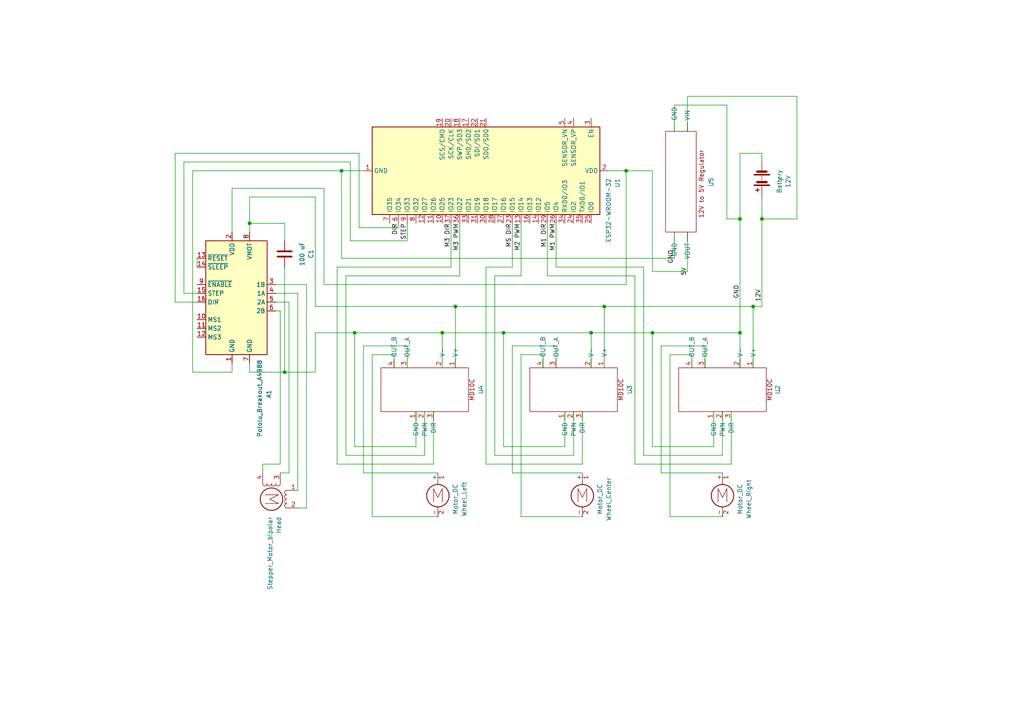
<source format=kicad_sch>
(kicad_sch (version 20250114) (generator "eeschema") (generator_version "9.0")
  (paper "A4")
  (lib_symbols
    (symbol "Device:Battery" (pin_numbers (hide yes)) (pin_names (offset 0) (hide yes))
      (property "Reference" "BT" (at 2.54 2.54 0))
      (property "Value" "Battery" (at 2.54 0 0))
      (symbol "Battery_0_1"
        (rectangle (start -2.286 1.778) (end 2.286 1.524) (fill (type outline)))
        (rectangle (start -2.286 -1.27) (end 2.286 -1.524) (fill (type outline)))
        (rectangle (start -1.524 1.016) (end 1.524 0.508) (fill (type outline)))
        (rectangle (start -1.524 -2.032) (end 1.524 -2.54) (fill (type outline)))
        (polyline (pts (xy 0 1.778) (xy 0 2.54)))
        (polyline (pts (xy 0 0) (xy 0 0.254)))
        (polyline (pts (xy 0 -0.508) (xy 0 -0.254)))
        (polyline (pts (xy 0 -1.016) (xy 0 -0.762)))
        (polyline (pts (xy 0.762 3.048) (xy 1.778 3.048)) (stroke (width 0.254)))
        (polyline (pts (xy 1.27 3.556) (xy 1.27 2.54)) (stroke (width 0.254)))
      )
      (symbol "Battery_1_1"
        (pin passive line (at 0 5.08 270) (length 2.54) (name "+") (number "1"))
        (pin passive line (at 0 -5.08 90) (length 2.54) (name "-") (number "2"))
      )
    )
    (symbol "Device:C" (pin_numbers (hide yes)) (pin_names (offset 0.254))
      (property "Reference" "C" (at 0.635 2.54 0))
      (property "Value" "C" (at 0.635 -2.54 0))
      (symbol "C_0_1"
        (polyline (pts (xy -2.032 0.762) (xy 2.032 0.762)) (stroke (width 0.508)))
        (polyline (pts (xy -2.032 -0.762) (xy 2.032 -0.762)) (stroke (width 0.508)))
      )
      (symbol "C_1_1"
        (pin passive line (at 0 3.81 270) (length 2.794) (name "~") (number "1"))
        (pin passive line (at 0 -3.81 90) (length 2.794) (name "~") (number "2"))
      )
    )
    (symbol "Driver_Motor:Pololu_Breakout_A4988"
      (property "Reference" "A" (at -2.54 19.05 0))
      (property "Value" "Pololu_Breakout_A4988" (at -2.54 16.51 0))
      (symbol "Pololu_Breakout_A4988_0_1"
        (rectangle (start 10.16 -17.78) (end -7.62 15.24) (stroke (width 0.254)) (fill (type background)))
      )
      (symbol "Pololu_Breakout_A4988_1_1"
        (pin input line (at -10.16 10.16 0) (length 2.54) (name "~{RESET}") (number "13"))
        (pin input line (at -10.16 7.62 0) (length 2.54) (name "~{SLEEP}") (number "14"))
        (pin input line (at -10.16 2.54 0) (length 2.54) (name "~{ENABLE}") (number "9"))
        (pin input line (at -10.16 0 0) (length 2.54) (name "STEP") (number "15"))
        (pin input line (at -10.16 -2.54 0) (length 2.54) (name "DIR") (number "16"))
        (pin input line (at -10.16 -7.62 0) (length 2.54) (name "MS1") (number "10"))
        (pin input line (at -10.16 -10.16 0) (length 2.54) (name "MS2") (number "11"))
        (pin input line (at -10.16 -12.7 0) (length 2.54) (name "MS3") (number "12"))
        (pin power_in line (at 0 17.78 270) (length 2.54) (name "VDD") (number "2"))
        (pin power_in line (at 0 -20.32 90) (length 2.54) (name "GND") (number "1"))
        (pin power_in line (at 5.08 17.78 270) (length 2.54) (name "VMOT") (number "8"))
        (pin power_in line (at 5.08 -20.32 90) (length 2.54) (name "GND") (number "7"))
        (pin output line (at 12.7 2.54 180) (length 2.54) (name "1B") (number "3"))
        (pin output line (at 12.7 0 180) (length 2.54) (name "1A") (number "4"))
        (pin output line (at 12.7 -2.54 180) (length 2.54) (name "2A") (number "5"))
        (pin output line (at 12.7 -5.08 180) (length 2.54) (name "2B") (number "6"))
      )
    )
    (symbol "MD10C_1"
      (property "Reference" "U" (at 0 15.748 0))
      (symbol "MD10C_1_0_1"
        (rectangle (start -6.35 12.7) (end 6.35 -12.7))
      )
      (symbol "MD10C_1_1_1"
        (text "MD10C" (at 0 13.716 0) (effects (font (size 1.27 1.27))))
        (pin power_in line (at -6.35 8.89 180) (length 2.54) (name "V+") (number "1"))
        (pin power_in line (at -6.35 5.08 180) (length 2.54) (name "V-") (number "2"))
        (pin power_out line (at -6.35 -5.08 180) (length 2.54) (name "OUT_A") (number "3"))
        (pin power_out line (at -6.35 -8.89 180) (length 2.54) (name "OUT_B") (number "4"))
        (pin input line (at 6.35 2.54 0) (length 2.54) (name "DIR") (number "3"))
        (pin input line (at 6.35 0 0) (length 2.54) (name "PWN") (number "2"))
        (pin input line (at 6.35 -2.54 0) (length 2.54) (name "GND") (number "1"))
      )
    )
    (symbol "MD10C_2"
      (property "Reference" "U" (at 0 15.748 0))
      (symbol "MD10C_2_0_1"
        (rectangle (start -6.35 12.7) (end 6.35 -12.7))
      )
      (symbol "MD10C_2_1_1"
        (text "MD10C" (at 0 13.716 0) (effects (font (size 1.27 1.27))))
        (pin power_in line (at -6.35 8.89 180) (length 2.54) (name "V+") (number "1"))
        (pin power_in line (at -6.35 5.08 180) (length 2.54) (name "V-") (number "2"))
        (pin power_out line (at -6.35 -5.08 180) (length 2.54) (name "OUT_A") (number "3"))
        (pin power_out line (at -6.35 -8.89 180) (length 2.54) (name "OUT_B") (number "4"))
        (pin input line (at 6.35 2.54 0) (length 2.54) (name "DIR") (number "3"))
        (pin input line (at 6.35 0 0) (length 2.54) (name "PWN") (number "2"))
        (pin input line (at 6.35 -2.54 0) (length 2.54) (name "GND") (number "1"))
      )
    )
    (symbol "Motor:Motor_DC" (pin_names (offset 0))
      (property "Reference" "M" (at 2.54 2.54 0))
      (property "Value" "Motor_DC" (at 2.54 -5.08 0))
      (symbol "Motor_DC_0_0"
        (polyline (pts (xy -1.27 -3.302) (xy -1.27 0.508) (xy 0 -2.032) (xy 1.27 0.508) (xy 1.27 -3.302)))
      )
      (symbol "Motor_DC_0_1"
        (polyline (pts (xy 0 2.032) (xy 0 2.54)))
        (polyline (pts (xy 0 1.7272) (xy 0 2.0828)))
        (circle (center 0 -1.524) (radius 3.2512) (stroke (width 0.254)))
        (polyline (pts (xy 0 -4.7752) (xy 0 -5.1816)))
        (polyline (pts (xy 0 -7.62) (xy 0 -7.112)))
      )
      (symbol "Motor_DC_1_1"
        (pin passive line (at 0 5.08 270) (length 2.54) (name "+") (number "1"))
        (pin passive line (at 0 -7.62 90) (length 2.54) (name "-") (number "2"))
      )
    )
    (symbol "Motor:Stepper_Motor_bipolar" (pin_names (offset 0) (hide yes))
      (property "Reference" "M" (at 3.81 2.54 0))
      (property "Value" "Stepper_Motor_bipolar" (at 3.81 1.27 0))
      (symbol "Stepper_Motor_bipolar_0_0"
        (polyline (pts (xy -1.27 -1.778) (xy -1.27 2.032) (xy 0 -0.508) (xy 1.27 2.032) (xy 1.27 -1.778)))
      )
      (symbol "Stepper_Motor_bipolar_0_1"
        (polyline (pts (xy -5.08 2.54) (xy -4.445 2.54)))
        (polyline (pts (xy -5.08 -2.54) (xy -4.445 -2.54)))
        (arc (start -4.445 2.54) (mid -3.8127 1.905) (end -4.445 1.27))
        (arc (start -4.445 1.27) (mid -3.8127 0.635) (end -4.445 0))
        (arc (start -4.445 0) (mid -3.8127 -0.635) (end -4.445 -1.27))
        (arc (start -4.445 -1.27) (mid -3.8127 -1.905) (end -4.445 -2.54))
        (polyline (pts (xy -2.54 5.08) (xy -2.54 4.445)))
        (arc (start -1.27 4.445) (mid -1.905 3.8127) (end -2.54 4.445))
        (arc (start 0 4.445) (mid -0.635 3.8127) (end -1.27 4.445))
        (circle (center 0 0) (radius 3.2512) (stroke (width 0.254)))
        (arc (start 1.27 4.445) (mid 0.635 3.8127) (end 0 4.445))
        (arc (start 2.54 4.445) (mid 1.905 3.8127) (end 1.27 4.445))
        (polyline (pts (xy 2.54 5.08) (xy 2.54 4.445)))
      )
      (symbol "Stepper_Motor_bipolar_1_1"
        (pin passive line (at -7.62 2.54 0) (length 2.54) (name "~") (number "3"))
        (pin passive line (at -7.62 -2.54 0) (length 2.54) (name "~") (number "4"))
        (pin passive line (at -2.54 7.62 270) (length 2.54) (name "~") (number "1"))
        (pin passive line (at 2.54 7.62 270) (length 2.54) (name "-") (number "2"))
      )
    )
    (symbol "R2D2_Symbol_Library:Buck_Converter"
      (property "Reference" "U" (at 0 7.874 0))
      (symbol "Buck_Converter_0_1"
        (rectangle (start -15.24 3.81) (end 13.97 -5.08))
      )
      (symbol "Buck_Converter_1_1"
        (text "12V to 5V Regulator" (at 0 5.334 0) (effects (font (size 1.27 1.27))))
        (pin power_in line (at -15.24 1.27 180) (length 2.54) (name "VIN") (number ""))
        (pin power_in line (at -15.24 -2.54 180) (length 2.54) (name "GND") (number ""))
        (pin power_out line (at 13.97 1.27 0) (length 2.54) (name "VOUT") (number ""))
        (pin power_out line (at 13.97 -2.54 0) (length 2.54) (name "GND") (number ""))
      )
    )
    (symbol "R2D2_Symbol_Library:MD10C"
      (property "Reference" "U" (at 0 15.748 0))
      (symbol "MD10C_0_1"
        (rectangle (start -6.35 12.7) (end 6.35 -12.7))
      )
      (symbol "MD10C_1_1"
        (text "MD10C" (at 0 13.716 0) (effects (font (size 1.27 1.27))))
        (pin power_in line (at -6.35 8.89 180) (length 2.54) (name "V+") (number "1"))
        (pin power_in line (at -6.35 5.08 180) (length 2.54) (name "V-") (number "2"))
        (pin power_out line (at -6.35 -5.08 180) (length 2.54) (name "OUT_A") (number "3"))
        (pin power_out line (at -6.35 -8.89 180) (length 2.54) (name "OUT_B") (number "4"))
        (pin input line (at 6.35 2.54 0) (length 2.54) (name "DIR") (number "3"))
        (pin input line (at 6.35 0 0) (length 2.54) (name "PWN") (number "2"))
        (pin input line (at 6.35 -2.54 0) (length 2.54) (name "GND") (number "1"))
      )
    )
    (symbol "RF_Module:ESP32-WROOM-32"
      (property "Reference" "U" (at -12.7 34.29 0))
      (property "Value" "ESP32-WROOM-32" (at 1.27 34.29 0))
      (symbol "ESP32-WROOM-32_0_1"
        (rectangle (start -12.7 33.02) (end 12.7 -33.02) (stroke (width 0.254)) (fill (type background)))
      )
      (symbol "ESP32-WROOM-32_1_1"
        (pin input line (at -15.24 30.48 0) (length 2.54) (name "EN") (number "3"))
        (pin input line (at -15.24 25.4 0) (length 2.54) (name "SENSOR_VP") (number "4"))
        (pin input line (at -15.24 22.86 0) (length 2.54) (name "SENSOR_VN") (number "5"))
        (pin bidirectional line (at -15.24 0 0) (length 2.54) (name "SDO/SD0") (number "21"))
        (pin bidirectional line (at -15.24 -2.54 0) (length 2.54) (name "SDI/SD1") (number "22"))
        (pin bidirectional line (at -15.24 -5.08 0) (length 2.54) (name "SHD/SD2") (number "17"))
        (pin bidirectional line (at -15.24 -7.62 0) (length 2.54) (name "SWP/SD3") (number "18"))
        (pin bidirectional line (at -15.24 -10.16 0) (length 2.54) (name "SCK/CLK") (number "20"))
        (pin bidirectional line (at -15.24 -12.7 0) (length 2.54) (name "SCS/CMD") (number "19"))
        (pin no_connect line (at -12.7 -27.94 0) (length 2.54) (hide yes) (name "NC") (number "32"))
        (pin power_in line (at 0 35.56 270) (length 2.54) (name "VDD") (number "2"))
        (pin power_in line (at 0 -35.56 90) (length 2.54) (name "GND") (number "1"))
        (pin passive line (at 0 -35.56 90) (length 2.54) (hide yes) (name "GND") (number "15"))
        (pin passive line (at 0 -35.56 90) (length 2.54) (hide yes) (name "GND") (number "38"))
        (pin passive line (at 0 -35.56 90) (length 2.54) (hide yes) (name "GND") (number "39"))
        (pin bidirectional line (at 15.24 30.48 180) (length 2.54) (name "IO0") (number "25"))
        (pin bidirectional line (at 15.24 27.94 180) (length 2.54) (name "TXD0/IO1") (number "35"))
        (pin bidirectional line (at 15.24 25.4 180) (length 2.54) (name "IO2") (number "24"))
        (pin bidirectional line (at 15.24 22.86 180) (length 2.54) (name "RXD0/IO3") (number "34"))
        (pin bidirectional line (at 15.24 20.32 180) (length 2.54) (name "IO4") (number "26"))
        (pin bidirectional line (at 15.24 17.78 180) (length 2.54) (name "IO5") (number "29"))
        (pin bidirectional line (at 15.24 15.24 180) (length 2.54) (name "IO12") (number "14"))
        (pin bidirectional line (at 15.24 12.7 180) (length 2.54) (name "IO13") (number "16"))
        (pin bidirectional line (at 15.24 10.16 180) (length 2.54) (name "IO14") (number "13"))
        (pin bidirectional line (at 15.24 7.62 180) (length 2.54) (name "IO15") (number "23"))
        (pin bidirectional line (at 15.24 5.08 180) (length 2.54) (name "IO16") (number "27"))
        (pin bidirectional line (at 15.24 2.54 180) (length 2.54) (name "IO17") (number "28"))
        (pin bidirectional line (at 15.24 0 180) (length 2.54) (name "IO18") (number "30"))
        (pin bidirectional line (at 15.24 -2.54 180) (length 2.54) (name "IO19") (number "31"))
        (pin bidirectional line (at 15.24 -5.08 180) (length 2.54) (name "IO21") (number "33"))
        (pin bidirectional line (at 15.24 -7.62 180) (length 2.54) (name "IO22") (number "36"))
        (pin bidirectional line (at 15.24 -10.16 180) (length 2.54) (name "IO23") (number "37"))
        (pin bidirectional line (at 15.24 -12.7 180) (length 2.54) (name "IO25") (number "10"))
        (pin bidirectional line (at 15.24 -15.24 180) (length 2.54) (name "IO26") (number "11"))
        (pin bidirectional line (at 15.24 -17.78 180) (length 2.54) (name "IO27") (number "12"))
        (pin bidirectional line (at 15.24 -20.32 180) (length 2.54) (name "IO32") (number "8"))
        (pin bidirectional line (at 15.24 -22.86 180) (length 2.54) (name "IO33") (number "9"))
        (pin input line (at 15.24 -25.4 180) (length 2.54) (name "IO34") (number "6"))
        (pin input line (at 15.24 -27.94 180) (length 2.54) (name "IO35") (number "7"))
      )
    )
  )
  (junction (at 82.55 107.95))
  (junction (at 146.05 96.52))
  (junction (at 132.08 88.9))
  (junction (at 181.61 49.53))
  (junction (at 72.39 64.77))
  (junction (at 102.87 96.52))
  (junction (at 189.23 96.52))
  (junction (at 214.63 96.52))
  (junction (at 128.27 96.52))
  (junction (at 99.06 49.53))
  (junction (at 175.26 88.9))
  (junction (at 214.63 63.5))
  (junction (at 220.98 63.5))
  (junction (at 171.45 96.52))
  (junction (at 218.44 88.9))
  (wire (pts (xy 118.11 64.77) (xy 118.11 69.85)))
  (wire (pts (xy 200.66 106.68) (xy 200.66 102.87)))
  (wire (pts (xy 204.47 100.33) (xy 191.77 100.33)))
  (wire (pts (xy 189.23 96.52) (xy 189.23 129.54)))
  (wire (pts (xy 210.82 63.5) (xy 214.63 63.5)))
  (wire (pts (xy 200.66 102.87) (xy 194.31 102.87)))
  (wire (pts (xy 81.28 134.62) (xy 76.2 134.62)))
  (wire (pts (xy 83.82 137.16) (xy 81.28 137.16)))
  (wire (pts (xy 151.13 80.01) (xy 143.51 80.01)))
  (wire (pts (xy 101.6 46.99) (xy 53.34 46.99)))
  (wire (pts (xy 82.55 77.47) (xy 82.55 107.95)))
  (wire (pts (xy 148.59 100.33) (xy 148.59 137.16)))
  (wire (pts (xy 161.29 77.47) (xy 186.69 77.47)))
  (wire (pts (xy 163.83 129.54) (xy 163.83 119.38)))
  (wire (pts (xy 231.14 27.94) (xy 199.39 27.94)))
  (wire (pts (xy 148.59 64.77) (xy 148.59 77.47)))
  (wire (pts (xy 214.63 96.52) (xy 189.23 96.52)))
  (wire (pts (xy 214.63 63.5) (xy 214.63 96.52)))
  (wire (pts (xy 189.23 78.74) (xy 189.23 49.53)))
  (wire (pts (xy 93.98 82.55) (xy 93.98 54.61)))
  (wire (pts (xy 114.3 106.68) (xy 114.3 102.87)))
  (wire (pts (xy 181.61 49.53) (xy 176.53 49.53)))
  (wire (pts (xy 199.39 27.94) (xy 199.39 38.1)))
  (wire (pts (xy 133.35 64.77) (xy 133.35 80.01)))
  (wire (pts (xy 115.57 66.04) (xy 104.14 66.04)))
  (wire (pts (xy 91.44 96.52) (xy 91.44 107.95)))
  (wire (pts (xy 195.58 30.48) (xy 195.58 38.1)))
  (wire (pts (xy 204.47 106.68) (xy 204.47 100.33)))
  (wire (pts (xy 88.9 82.55) (xy 88.9 147.32)))
  (wire (pts (xy 91.44 88.9) (xy 91.44 57.15)))
  (wire (pts (xy 53.34 85.09) (xy 57.15 85.09)))
  (wire (pts (xy 81.28 90.17) (xy 80.01 90.17)))
  (wire (pts (xy 212.09 119.38) (xy 212.09 134.62)))
  (wire (pts (xy 99.06 49.53) (xy 55.88 49.53)))
  (wire (pts (xy 72.39 64.77) (xy 72.39 67.31)))
  (wire (pts (xy 194.31 102.87) (xy 194.31 149.86)))
  (wire (pts (xy 104.14 44.45) (xy 50.8 44.45)))
  (wire (pts (xy 67.31 107.95) (xy 67.31 105.41)))
  (wire (pts (xy 195.58 67.31) (xy 195.58 74.93)))
  (wire (pts (xy 218.44 88.9) (xy 218.44 106.68)))
  (wire (pts (xy 189.23 129.54) (xy 207.01 129.54)))
  (wire (pts (xy 80.01 82.55) (xy 88.9 82.55)))
  (wire (pts (xy 184.15 134.62) (xy 212.09 134.62)))
  (wire (pts (xy 132.08 88.9) (xy 91.44 88.9)))
  (wire (pts (xy 158.75 80.01) (xy 184.15 80.01)))
  (wire (pts (xy 171.45 96.52) (xy 171.45 106.68)))
  (wire (pts (xy 195.58 30.48) (xy 210.82 30.48)))
  (wire (pts (xy 91.44 57.15) (xy 72.39 57.15)))
  (wire (pts (xy 128.27 96.52) (xy 102.87 96.52)))
  (wire (pts (xy 105.41 100.33) (xy 105.41 137.16)))
  (wire (pts (xy 151.13 64.77) (xy 151.13 80.01)))
  (wire (pts (xy 50.8 87.63) (xy 57.15 87.63)))
  (wire (pts (xy 104.14 66.04) (xy 104.14 44.45)))
  (wire (pts (xy 53.34 46.99) (xy 53.34 85.09)))
  (wire (pts (xy 82.55 64.77) (xy 82.55 69.85)))
  (wire (pts (xy 184.15 80.01) (xy 184.15 134.62)))
  (wire (pts (xy 220.98 63.5) (xy 231.14 63.5)))
  (wire (pts (xy 128.27 96.52) (xy 146.05 96.52)))
  (wire (pts (xy 199.39 78.74) (xy 189.23 78.74)))
  (wire (pts (xy 132.08 88.9) (xy 132.08 106.68)))
  (wire (pts (xy 189.23 96.52) (xy 171.45 96.52)))
  (wire (pts (xy 82.55 107.95) (xy 72.39 107.95)))
  (wire (pts (xy 161.29 100.33) (xy 148.59 100.33)))
  (wire (pts (xy 220.98 44.45) (xy 220.98 46.99)))
  (wire (pts (xy 181.61 82.55) (xy 93.98 82.55)))
  (wire (pts (xy 199.39 67.31) (xy 199.39 78.74)))
  (wire (pts (xy 175.26 88.9) (xy 175.26 106.68)))
  (wire (pts (xy 114.3 102.87) (xy 107.95 102.87)))
  (wire (pts (xy 148.59 137.16) (xy 168.91 137.16)))
  (wire (pts (xy 55.88 49.53) (xy 55.88 107.95)))
  (wire (pts (xy 220.98 63.5) (xy 220.98 88.9)))
  (wire (pts (xy 123.19 132.08) (xy 123.19 119.38)))
  (wire (pts (xy 220.98 57.15) (xy 220.98 63.5)))
  (wire (pts (xy 189.23 49.53) (xy 181.61 49.53)))
  (wire (pts (xy 102.87 129.54) (xy 120.65 129.54)))
  (wire (pts (xy 133.35 80.01) (xy 100.33 80.01)))
  (wire (pts (xy 100.33 80.01) (xy 100.33 132.08)))
  (wire (pts (xy 118.11 100.33) (xy 105.41 100.33)))
  (wire (pts (xy 57.15 74.93) (xy 57.15 77.47)))
  (wire (pts (xy 86.36 85.09) (xy 86.36 142.24)))
  (wire (pts (xy 218.44 88.9) (xy 175.26 88.9)))
  (wire (pts (xy 130.81 64.77) (xy 130.81 77.47)))
  (wire (pts (xy 158.75 64.77) (xy 158.75 80.01)))
  (wire (pts (xy 186.69 77.47) (xy 186.69 132.08)))
  (wire (pts (xy 67.31 54.61) (xy 67.31 67.31)))
  (wire (pts (xy 128.27 96.52) (xy 128.27 106.68)))
  (wire (pts (xy 81.28 90.17) (xy 81.28 134.62)))
  (wire (pts (xy 107.95 149.86) (xy 127 149.86)))
  (wire (pts (xy 97.79 134.62) (xy 125.73 134.62)))
  (wire (pts (xy 181.61 49.53) (xy 181.61 82.55)))
  (wire (pts (xy 146.05 96.52) (xy 146.05 129.54)))
  (wire (pts (xy 72.39 64.77) (xy 82.55 64.77)))
  (wire (pts (xy 168.91 134.62) (xy 168.91 119.38)))
  (wire (pts (xy 93.98 54.61) (xy 67.31 54.61)))
  (wire (pts (xy 80.01 87.63) (xy 83.82 87.63)))
  (wire (pts (xy 220.98 44.45) (xy 214.63 44.45)))
  (wire (pts (xy 120.65 129.54) (xy 120.65 119.38)))
  (wire (pts (xy 140.97 77.47) (xy 140.97 134.62)))
  (wire (pts (xy 226.06 52.07) (xy 227.33 52.07)))
  (wire (pts (xy 101.6 69.85) (xy 101.6 46.99)))
  (wire (pts (xy 231.14 63.5) (xy 231.14 27.94)))
  (wire (pts (xy 214.63 96.52) (xy 214.63 106.68)))
  (wire (pts (xy 118.11 69.85) (xy 101.6 69.85)))
  (wire (pts (xy 148.59 77.47) (xy 140.97 77.47)))
  (wire (pts (xy 207.01 129.54) (xy 207.01 119.38)))
  (wire (pts (xy 220.98 88.9) (xy 218.44 88.9)))
  (wire (pts (xy 143.51 80.01) (xy 143.51 132.08)))
  (wire (pts (xy 157.48 102.87) (xy 151.13 102.87)))
  (wire (pts (xy 151.13 102.87) (xy 151.13 149.86)))
  (wire (pts (xy 50.8 44.45) (xy 50.8 87.63)))
  (wire (pts (xy 171.45 96.52) (xy 146.05 96.52)))
  (wire (pts (xy 97.79 77.47) (xy 97.79 134.62)))
  (wire (pts (xy 140.97 134.62) (xy 168.91 134.62)))
  (wire (pts (xy 195.58 74.93) (xy 99.06 74.93)))
  (wire (pts (xy 76.2 134.62) (xy 76.2 137.16)))
  (wire (pts (xy 161.29 106.68) (xy 161.29 100.33)))
  (wire (pts (xy 125.73 134.62) (xy 125.73 119.38)))
  (wire (pts (xy 115.57 64.77) (xy 115.57 66.04)))
  (wire (pts (xy 161.29 64.77) (xy 161.29 77.47)))
  (wire (pts (xy 146.05 129.54) (xy 163.83 129.54)))
  (wire (pts (xy 118.11 106.68) (xy 118.11 100.33)))
  (wire (pts (xy 175.26 88.9) (xy 132.08 88.9)))
  (wire (pts (xy 166.37 132.08) (xy 166.37 119.38)))
  (wire (pts (xy 157.48 106.68) (xy 157.48 102.87)))
  (wire (pts (xy 88.9 147.32) (xy 86.36 147.32)))
  (wire (pts (xy 143.51 132.08) (xy 166.37 132.08)))
  (wire (pts (xy 186.69 132.08) (xy 209.55 132.08)))
  (wire (pts (xy 107.95 102.87) (xy 107.95 149.86)))
  (wire (pts (xy 102.87 96.52) (xy 102.87 129.54)))
  (wire (pts (xy 194.31 149.86) (xy 209.55 149.86)))
  (wire (pts (xy 100.33 132.08) (xy 123.19 132.08)))
  (wire (pts (xy 83.82 87.63) (xy 83.82 137.16)))
  (wire (pts (xy 105.41 137.16) (xy 127 137.16)))
  (wire (pts (xy 91.44 107.95) (xy 82.55 107.95)))
  (wire (pts (xy 102.87 96.52) (xy 91.44 96.52)))
  (wire (pts (xy 99.06 49.53) (xy 105.41 49.53)))
  (wire (pts (xy 72.39 107.95) (xy 72.39 105.41)))
  (wire (pts (xy 151.13 149.86) (xy 168.91 149.86)))
  (wire (pts (xy 99.06 49.53) (xy 99.06 74.93)))
  (wire (pts (xy 55.88 107.95) (xy 67.31 107.95)))
  (wire (pts (xy 191.77 100.33) (xy 191.77 137.16)))
  (wire (pts (xy 209.55 132.08) (xy 209.55 119.38)))
  (wire (pts (xy 80.01 85.09) (xy 86.36 85.09)))
  (wire (pts (xy 191.77 137.16) (xy 209.55 137.16)))
  (wire (pts (xy 130.81 77.47) (xy 97.79 77.47)))
  (wire (pts (xy 214.63 44.45) (xy 214.63 63.5)))
  (wire (pts (xy 210.82 30.48) (xy 210.82 63.5)))
  (wire (pts (xy 72.39 57.15) (xy 72.39 64.77)))
  (label "5V" (at 199.39 77.47 270))
  (label "STEP" (at 118.11 64.77 270))
  (label "MS DIR" (at 148.59 64.77 270))
  (label "M3 PWM" (at 133.35 64.77 270))
  (label "GND" (at 195.58 72.39 270))
  (label "12V" (at 220.98 83.82 270))
  (label "M1 DIR" (at 158.75 64.77 270))
  (label "M3 DIR" (at 130.81 64.77 270))
  (label "M1 PWM" (at 161.29 64.77 270))
  (label "M2 PWM" (at 151.13 64.77 270))
  (label "GND" (at 214.63 82.55 270))
  (label "DIR" (at 115.57 64.77 270))
  (symbol (lib_id "R2D2_Symbol_Library:MD10C") (at 209.55 113.03 270) (unit 1)
    (property "Reference" "U2" (at 225.552 113.03 0))
    (property "Value" "~" (at 226.06 113.03 0))
  )
  (symbol (lib_name "MD10C_2") (lib_id "R2D2_Symbol_Library:MD10C") (at 123.19 113.03 270) (unit 1)
    (property "Reference" "U4" (at 139.446 113.03 0))
    (property "Value" "~" (at 139.7 113.03 0))
  )
  (symbol (lib_id "Driver_Motor:Pololu_Breakout_A4988") (at 67.31 85.09 0) (unit 1)
    (property "Reference" "A1" (at 77.978 114.3 90))
    (property "Value" "Pololu_Breakout_A4988" (at 75.2954 115.57 90))
    (property "Footprint" "Module:Pololu_Breakout-16_15.2x20.3mm" (effects (hide yes)))
    (property "Datasheet" "https://www.pololu.com/product/2980/pictures" (effects (hide yes)))
    (property "Description" "Pololu Breakout Board, Stepper Driver A4988" (effects (hide yes)))
  )
  (symbol (lib_id "R2D2_Symbol_Library:Buck_Converter") (at 198.12 53.34 270) (unit 1)
    (property "Reference" "U5" (at 206.248 52.832 0))
    (property "Value" "~" (at 205.74 52.705 0))
  )
  (symbol (lib_id "Device:Battery") (at 220.98 52.07 180) (unit 1)
    (property "Reference" "12V" (at 228.6 52.6415 90))
    (property "Value" "Battery" (at 226.06 52.6415 90))
    (property "Description" "Multiple-cell battery" (effects (hide yes)))
  )
  (symbol (lib_id "Motor:Motor_DC") (at 209.55 142.24 0) (unit 1)
    (property "Reference" "Wheel_Right" (at 217.17 144.78 90))
    (property "Value" "Motor_DC" (at 214.63 144.78 90))
    (property "Description" "DC Motor" (effects (hide yes)))
  )
  (symbol (lib_id "Device:C") (at 82.55 73.66 0) (unit 1)
    (property "Reference" "C1" (at 90.17 73.66 90))
    (property "Value" "100 uF" (at 87.63 73.66 90))
    (property "Description" "Unpolarized capacitor" (effects (hide yes)))
  )
  (symbol (lib_id "Motor:Motor_DC") (at 127 142.24 0) (unit 1)
    (property "Reference" "Wheel_Left" (at 134.62 144.78 90))
    (property "Value" "Motor_DC" (at 132.08 144.78 90))
    (property "Description" "DC Motor" (effects (hide yes)))
  )
  (symbol (lib_id "RF_Module:ESP32-WROOM-32") (at 140.97 49.53 270) (unit 1)
    (property "Reference" "U1" (at 179.07 51.6733 0) (effects (justify left)))
    (property "Value" "ESP32-WROOM-32" (at 176.53 51.6733 0) (effects (justify left)))
    (property "Footprint" "RF_Module:ESP32-WROOM-32" (effects (hide yes)))
    (property "Datasheet" "https://www.espressif.com/sites/default/files/documentation/esp32-wroom-32_datasheet_en.pdf" (effects (hide yes)))
    (property "Description" "RF Module, ESP32-D0WDQ6 SoC, Wi-Fi 802.11b/g/n, Bluetooth, BLE, 32-bit, 2.7-3.6V, onboard antenna, SMD" (effects (hide yes)))
  )
  (symbol (lib_name "MD10C_1") (lib_id "R2D2_Symbol_Library:MD10C") (at 166.37 113.03 270) (unit 1)
    (property "Reference" "U3" (at 182.626 113.03 0))
    (property "Value" "~" (at 182.88 113.03 0))
  )
  (symbol (lib_id "Motor:Stepper_Motor_bipolar") (at 78.74 144.78 270) (unit 1)
    (property "Reference" "Head" (at 80.861 149.86 0) (effects (justify left)))
    (property "Value" "Stepper_Motor_bipolar" (at 78.321 149.86 0) (effects (justify left)))
    (property "Datasheet" "http://www.infineon.com/dgdl/Application-Note-TLE8110EE_driving_UniPolarStepperMotor_V1.1.pdf?fileId=db3a30431be39b97011be5d0aa0a00b0" (effects (hide yes)))
    (property "Description" "4-wire bipolar stepper motor" (effects (hide yes)))
  )
  (symbol (lib_id "Motor:Motor_DC") (at 168.91 142.24 0) (unit 1)
    (property "Reference" "Wheel_Center" (at 176.53 144.78 90))
    (property "Value" "Motor_DC" (at 173.99 144.78 90))
    (property "Description" "DC Motor" (effects (hide yes)))
  )
)
</source>
